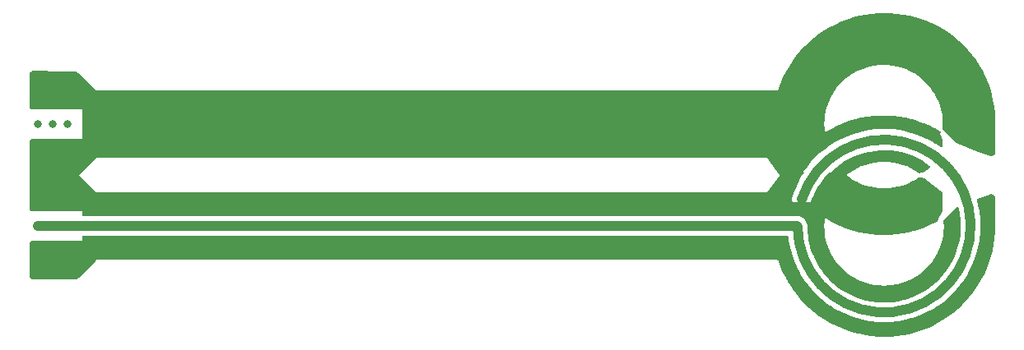
<source format=gbr>
G04 #@! TF.GenerationSoftware,KiCad,Pcbnew,8.0.0*
G04 #@! TF.CreationDate,2024-04-11T14:56:03-06:00*
G04 #@! TF.ProjectId,dual_loop_probe_groundfix,6475616c-5f6c-46f6-9f70-5f70726f6265,rev?*
G04 #@! TF.SameCoordinates,Original*
G04 #@! TF.FileFunction,Copper,L2,Inr*
G04 #@! TF.FilePolarity,Positive*
%FSLAX46Y46*%
G04 Gerber Fmt 4.6, Leading zero omitted, Abs format (unit mm)*
G04 Created by KiCad (PCBNEW 8.0.0) date 2024-04-11 14:56:03*
%MOMM*%
%LPD*%
G01*
G04 APERTURE LIST*
G04 #@! TA.AperFunction,Conductor*
%ADD10C,0.100000*%
G04 #@! TD*
G04 #@! TA.AperFunction,Conductor*
%ADD11C,1.000000*%
G04 #@! TD*
G04 #@! TA.AperFunction,ComponentPad*
%ADD12R,4.190000X3.000000*%
G04 #@! TD*
G04 #@! TA.AperFunction,ViaPad*
%ADD13C,0.800000*%
G04 #@! TD*
G04 APERTURE END LIST*
D10*
X174000000Y-94499081D02*
X171000000Y-94499081D01*
X171000000Y-93499081D01*
X174000000Y-93499081D01*
X174000000Y-94499081D01*
G04 #@! TA.AperFunction,Conductor*
G36*
X174000000Y-94499081D02*
G01*
X171000000Y-94499081D01*
X171000000Y-93499081D01*
X174000000Y-93499081D01*
X174000000Y-94499081D01*
G37*
G04 #@! TD.AperFunction*
D11*
X172532511Y-93248745D02*
G75*
G02*
X172096755Y-96000000I8467489J-2751255D01*
G01*
D12*
X95500000Y-99325000D03*
X95500000Y-92675000D03*
X95500000Y-82350000D03*
X95500000Y-89000000D03*
D13*
X133000000Y-94000000D03*
X131500000Y-94000000D03*
X95500000Y-94000000D03*
X101500000Y-94000000D03*
X104500000Y-94000000D03*
X122500000Y-94000000D03*
X124000000Y-94000000D03*
X125500000Y-94000000D03*
X127000000Y-94000000D03*
X119500000Y-94000000D03*
X112000000Y-94000000D03*
X110500000Y-94000000D03*
X94000000Y-94000000D03*
X100000000Y-94000000D03*
X118000000Y-94000000D03*
X130000000Y-94000000D03*
X121000000Y-94000000D03*
X109000000Y-94000000D03*
X107500000Y-94000000D03*
X116500000Y-94000000D03*
X98500000Y-94000000D03*
X103000000Y-94000000D03*
X128500000Y-94000000D03*
X106000000Y-94000000D03*
X115000000Y-94000000D03*
X97000000Y-94000000D03*
X113500000Y-94000000D03*
X134500000Y-94000000D03*
X170500000Y-94000000D03*
X169000000Y-94000000D03*
X137500000Y-94000000D03*
X136000000Y-94000000D03*
X140500000Y-94000000D03*
X143500000Y-94000000D03*
X139000000Y-94000000D03*
X142000000Y-94000000D03*
X151000000Y-94000000D03*
X145000000Y-94000000D03*
X145000000Y-94000000D03*
X146500000Y-94000000D03*
X148000000Y-94000000D03*
X149500000Y-94000000D03*
X154000000Y-94000000D03*
X152500000Y-94000000D03*
X155500000Y-94000000D03*
X157000000Y-94000000D03*
X158500000Y-94000000D03*
X160000000Y-94000000D03*
X161500000Y-94000000D03*
X163000000Y-94000000D03*
X164500000Y-94000000D03*
X166000000Y-94000000D03*
X167500000Y-94000000D03*
X174160681Y-97491213D03*
X174635347Y-98913966D03*
X175402207Y-100202942D03*
X176426056Y-101298965D03*
X177659889Y-102151720D03*
X179047062Y-102722056D03*
X180523893Y-102983790D03*
X182022581Y-102924906D03*
X183474324Y-102548108D03*
X184812473Y-101870694D03*
X185975596Y-100923763D03*
X186910295Y-99750788D03*
X187573660Y-98405618D03*
X187935235Y-96950009D03*
X174160681Y-94508787D03*
X176189817Y-90750000D03*
X177393138Y-89793306D03*
X178759561Y-89174905D03*
X180226358Y-88861790D03*
X181726188Y-88868335D03*
X183190197Y-89194238D03*
X184551172Y-89824539D03*
X187935235Y-95500000D03*
X170892607Y-99477156D03*
X171491886Y-100883213D03*
X172285582Y-102189421D03*
X173257467Y-103369069D03*
X174387667Y-104398039D03*
X175653074Y-105255289D03*
X177027812Y-105923292D03*
X178483771Y-106388387D03*
X179991181Y-106641066D03*
X181519219Y-106676161D03*
X183036640Y-106492955D03*
X184512416Y-106095193D03*
X185916373Y-105491010D03*
X187219802Y-104692759D03*
X188396051Y-103716763D03*
X189421069Y-102582978D03*
X190273897Y-101314587D03*
X190937097Y-99937525D03*
X191397107Y-98479952D03*
X191644523Y-96971669D03*
X171000000Y-92250000D03*
X171500000Y-90750000D03*
X175653074Y-86744711D03*
X177027812Y-86076708D03*
X178483771Y-85611613D03*
X179991181Y-85358934D03*
X181519219Y-85323839D03*
X183036640Y-85507045D03*
X184512416Y-85904807D03*
X185916373Y-86508990D03*
X191397107Y-93520048D03*
X191644523Y-95028331D03*
X101500000Y-87500000D03*
X110500000Y-98000000D03*
X188451529Y-77783237D03*
X107500000Y-83500000D03*
X121000000Y-87500000D03*
X167500000Y-83500000D03*
X183474325Y-79001883D03*
X94000000Y-98000000D03*
X134500000Y-98000000D03*
X125500000Y-83500000D03*
X125500000Y-87500000D03*
X166000000Y-83500000D03*
X124000000Y-83500000D03*
X109000000Y-83500000D03*
X173000000Y-94000000D03*
X160000000Y-98000000D03*
X97007460Y-89003531D03*
X100000000Y-98000000D03*
X180523894Y-78566201D03*
X130000000Y-98000000D03*
X121000000Y-98000000D03*
X158500000Y-83500000D03*
X121000000Y-83500000D03*
X140500000Y-87500000D03*
X140500000Y-83500000D03*
X175628427Y-94707958D03*
X113500000Y-87500000D03*
X187935236Y-86000000D03*
X174000001Y-85549991D03*
X185888882Y-95045517D03*
X95500000Y-83500000D03*
X191694380Y-86426685D03*
X151000000Y-98000000D03*
X164500000Y-87500000D03*
X163000000Y-98000000D03*
X119500000Y-87500000D03*
X191452585Y-83020048D03*
X172000000Y-87500000D03*
X112000000Y-83500000D03*
X181480182Y-96186973D03*
X136000000Y-87500000D03*
X170500000Y-98000000D03*
X134500000Y-83500000D03*
X185971851Y-76008990D03*
X97000000Y-90250000D03*
X174635348Y-82636025D03*
X161500000Y-83500000D03*
X167500000Y-98000000D03*
X140500000Y-98000000D03*
X149500000Y-87500000D03*
X97000000Y-98000000D03*
X122500000Y-83500000D03*
X146500000Y-83500000D03*
X163000000Y-87500000D03*
X130000000Y-83500000D03*
X160000000Y-83500000D03*
X106000000Y-98000000D03*
X145000000Y-83500000D03*
X190329375Y-80185413D03*
X95500000Y-98000000D03*
X95500000Y-100500000D03*
X187573661Y-83144373D03*
X113500000Y-83500000D03*
X109000000Y-98000000D03*
X169000000Y-83500000D03*
X180191817Y-92566997D03*
X160000000Y-87500000D03*
X174443145Y-77101961D03*
X94000000Y-100500000D03*
X130000000Y-87500000D03*
X166000000Y-87500000D03*
X179952568Y-96136716D03*
X103000000Y-83500000D03*
X115000000Y-87500000D03*
X137500000Y-98000000D03*
X128500000Y-98000000D03*
X119500000Y-83500000D03*
X155500000Y-87500000D03*
X100000000Y-83500000D03*
X94000000Y-87750000D03*
X142000000Y-83500000D03*
X118000000Y-87500000D03*
X107500000Y-87500000D03*
X137500000Y-87500000D03*
X151000000Y-87500000D03*
X98500000Y-83500000D03*
X149500000Y-98000000D03*
X142000000Y-98000000D03*
X94000000Y-90250000D03*
X145000000Y-83500000D03*
X152500000Y-87500000D03*
X98500000Y-87500000D03*
X118000000Y-83500000D03*
X109000000Y-87500000D03*
X183158444Y-92260427D03*
X145000000Y-98000000D03*
X157000000Y-83500000D03*
X155500000Y-98000000D03*
X182022582Y-78625085D03*
X170500000Y-87500000D03*
X145000000Y-87500000D03*
X164500000Y-83500000D03*
X152500000Y-98000000D03*
X174000000Y-96000000D03*
X136000000Y-98000000D03*
X116500000Y-87500000D03*
X134500000Y-87500000D03*
X187275280Y-76807241D03*
X175708552Y-76244711D03*
X158500000Y-98000000D03*
X191446964Y-87934968D03*
X173000000Y-87500000D03*
X189476547Y-78917022D03*
X124000000Y-87500000D03*
X131500000Y-87500000D03*
X186910296Y-81799203D03*
X97000000Y-87750000D03*
X177083290Y-75576708D03*
X146500000Y-98000000D03*
X163000000Y-83500000D03*
X115000000Y-98000000D03*
X136000000Y-83500000D03*
X97000000Y-83500919D03*
X180046659Y-74858934D03*
X110500000Y-87500000D03*
X161500000Y-87500000D03*
X137500000Y-83500000D03*
X125500000Y-98000000D03*
X127000000Y-98000000D03*
X161500000Y-98000000D03*
X97007460Y-99253531D03*
X166000000Y-98000000D03*
X184524867Y-91642026D03*
X175402208Y-81347049D03*
X139000000Y-83500000D03*
X101500000Y-83500000D03*
X106000000Y-87500000D03*
X116500000Y-98000000D03*
X128500000Y-83500000D03*
X94000000Y-91500000D03*
X127000000Y-87500000D03*
X178539249Y-75111613D03*
X100000000Y-87500000D03*
X167500000Y-87500000D03*
X182999347Y-96018834D03*
X98500000Y-98000000D03*
X178447741Y-95869090D03*
X148000000Y-87500000D03*
X112000000Y-98000000D03*
X177366833Y-91610793D03*
X183092118Y-75007045D03*
X157000000Y-87500000D03*
X94000000Y-83500000D03*
X169000000Y-87500000D03*
X154000000Y-87500000D03*
X179047063Y-78827935D03*
X176426057Y-80251026D03*
X171000000Y-89250000D03*
X128500000Y-87500000D03*
X107500000Y-98000000D03*
X94000000Y-81000000D03*
X148000000Y-98000000D03*
X149500000Y-83500000D03*
X110500000Y-83500000D03*
X122500000Y-98000000D03*
X181574697Y-74823839D03*
X158500000Y-87500000D03*
X133000000Y-83500000D03*
X190992575Y-81562475D03*
X131500000Y-83500000D03*
X95500000Y-81000000D03*
X170948085Y-82022844D03*
X97000000Y-91500000D03*
X112000000Y-87500000D03*
X104500000Y-83500000D03*
X178727808Y-92241094D03*
X154000000Y-98000000D03*
X187935236Y-84599982D03*
X172000000Y-94000000D03*
X185975597Y-80626228D03*
X127000000Y-83500000D03*
X155500000Y-83500000D03*
X146500000Y-87500000D03*
X133000000Y-87500000D03*
X118000000Y-98000000D03*
X143500000Y-87500000D03*
X177659890Y-79398271D03*
X142000000Y-87500000D03*
X148000000Y-83500000D03*
X176996468Y-95389569D03*
X104500000Y-98000000D03*
X154000000Y-83500000D03*
X172341060Y-79310579D03*
X184478999Y-95635737D03*
X181691647Y-92573542D03*
X95500000Y-90250000D03*
X131500000Y-98000000D03*
X191700001Y-84528331D03*
X106000000Y-83500000D03*
X174160682Y-84058778D03*
X164500000Y-98000000D03*
X97000000Y-100500000D03*
X122500000Y-87500000D03*
X145000000Y-87500000D03*
X103000000Y-87500000D03*
X104500000Y-87500000D03*
X101500000Y-98000000D03*
X173312945Y-78130931D03*
X124000000Y-98000000D03*
X174160682Y-87041204D03*
X113500000Y-98000000D03*
X184812474Y-79679297D03*
X170555478Y-83500000D03*
X139000000Y-98000000D03*
X119500000Y-98000000D03*
X152500000Y-83500000D03*
X184567894Y-75404807D03*
X95500000Y-87750000D03*
X151000000Y-83500000D03*
X143500000Y-83500000D03*
X95500000Y-91500000D03*
X103000000Y-98000000D03*
X143500000Y-98000000D03*
X133000000Y-98000000D03*
X139000000Y-87500000D03*
X97007194Y-92739008D03*
X116500000Y-83500000D03*
X169000000Y-98000000D03*
X115000000Y-83500000D03*
X97007194Y-82239008D03*
X145000000Y-98000000D03*
X157000000Y-98000000D03*
X97000000Y-81000000D03*
X171547364Y-80616787D03*
X97000000Y-96000000D03*
X94000000Y-96000000D03*
X95500000Y-96000632D03*
X97000000Y-85500919D03*
X95500000Y-85500919D03*
X94000000Y-85500919D03*
D11*
X97652302Y-96000000D02*
X94000000Y-96000000D01*
X98000112Y-96000000D02*
X172000000Y-96000000D01*
G04 #@! TA.AperFunction,Conductor*
G36*
X192078221Y-92729783D02*
G01*
X192112201Y-92736407D01*
X192209103Y-92769637D01*
X192239998Y-92785260D01*
X192324194Y-92843608D01*
X192349671Y-92867051D01*
X192395746Y-92922975D01*
X192423625Y-92988269D01*
X192424500Y-93003095D01*
X192424500Y-95998248D01*
X192424450Y-96001782D01*
X192406626Y-96637038D01*
X192406230Y-96644094D01*
X192352962Y-97275607D01*
X192352171Y-97282631D01*
X192263576Y-97910179D01*
X192262392Y-97917146D01*
X192138753Y-98538725D01*
X192137180Y-98545616D01*
X191978884Y-99159276D01*
X191976928Y-99166067D01*
X191784464Y-99769916D01*
X191782129Y-99776587D01*
X191556127Y-100368651D01*
X191553423Y-100375181D01*
X191294560Y-100953682D01*
X191291493Y-100960050D01*
X191000607Y-101523114D01*
X190997188Y-101529299D01*
X190675202Y-102075146D01*
X190671442Y-102081131D01*
X190319337Y-102608093D01*
X190315247Y-102613857D01*
X189934166Y-103120225D01*
X189929760Y-103125751D01*
X189520866Y-103609979D01*
X189516156Y-103615249D01*
X189080769Y-104075772D01*
X189075772Y-104080769D01*
X188615249Y-104516156D01*
X188609979Y-104520866D01*
X188125751Y-104929760D01*
X188120225Y-104934166D01*
X187613857Y-105315247D01*
X187608093Y-105319337D01*
X187081131Y-105671442D01*
X187075146Y-105675202D01*
X186529299Y-105997188D01*
X186523114Y-106000607D01*
X185960050Y-106291493D01*
X185953682Y-106294560D01*
X185375181Y-106553423D01*
X185368651Y-106556127D01*
X184776587Y-106782129D01*
X184769916Y-106784464D01*
X184166067Y-106976928D01*
X184159276Y-106978884D01*
X183545616Y-107137180D01*
X183538725Y-107138753D01*
X182917146Y-107262392D01*
X182910179Y-107263576D01*
X182282631Y-107352171D01*
X182275607Y-107352962D01*
X181644094Y-107406230D01*
X181637038Y-107406626D01*
X181148740Y-107420326D01*
X181091250Y-107408238D01*
X181076242Y-107401126D01*
X181076241Y-107401126D01*
X181076239Y-107401125D01*
X181044026Y-107401325D01*
X181042169Y-107401322D01*
X181041468Y-107401316D01*
X181039739Y-107401290D01*
X180394673Y-107386916D01*
X180387498Y-107386551D01*
X179745750Y-107335549D01*
X179738606Y-107334776D01*
X179100794Y-107247274D01*
X179093707Y-107246095D01*
X178461927Y-107122384D01*
X178454918Y-107120803D01*
X177831195Y-106961275D01*
X177824288Y-106959296D01*
X177210713Y-106764489D01*
X177203930Y-106762121D01*
X176602431Y-106532648D01*
X176595794Y-106529897D01*
X176008343Y-106266509D01*
X176001874Y-106263383D01*
X175430417Y-105966952D01*
X175424156Y-105963475D01*
X174870467Y-105634919D01*
X174864405Y-105631083D01*
X174330396Y-105271537D01*
X174324553Y-105267356D01*
X173811897Y-104877949D01*
X173806302Y-104873442D01*
X173316671Y-104455444D01*
X173311342Y-104450625D01*
X172846347Y-104005413D01*
X172841301Y-104000299D01*
X172402421Y-103529287D01*
X172397674Y-103523892D01*
X171986359Y-103028634D01*
X171981929Y-103022979D01*
X171926882Y-102948430D01*
X171599516Y-102505089D01*
X171595421Y-102499199D01*
X171594166Y-102497280D01*
X171243129Y-101960322D01*
X171239376Y-101954206D01*
X171218633Y-101918144D01*
X170991415Y-101523114D01*
X170918392Y-101396159D01*
X170914989Y-101389832D01*
X170899312Y-101358579D01*
X170626319Y-100814365D01*
X170623309Y-100807909D01*
X170367907Y-100216920D01*
X170365263Y-100210291D01*
X170155376Y-99636886D01*
X170150976Y-99621209D01*
X170150498Y-99620055D01*
X170150498Y-99620053D01*
X170142758Y-99601372D01*
X170139670Y-99593109D01*
X170131864Y-99569738D01*
X170131862Y-99569736D01*
X170130750Y-99567908D01*
X170107825Y-99544986D01*
X170106563Y-99543706D01*
X170106512Y-99543654D01*
X170104588Y-99541674D01*
X170083983Y-99520474D01*
X170083981Y-99520473D01*
X170057138Y-99510649D01*
X170052252Y-99508744D01*
X170028440Y-99498883D01*
X170022704Y-99497273D01*
X170019462Y-99496861D01*
X169998757Y-99498896D01*
X169986447Y-99499500D01*
X169041535Y-99499568D01*
X169013301Y-99499568D01*
X169013297Y-99499569D01*
X169002773Y-99503928D01*
X169000000Y-99500000D01*
X168740922Y-99500000D01*
X168740916Y-99500000D01*
X100207104Y-99500000D01*
X100000000Y-99500000D01*
X99853558Y-99646442D01*
X99853537Y-99646461D01*
X98152287Y-101347712D01*
X98139896Y-101358579D01*
X98056055Y-101422913D01*
X98027569Y-101439360D01*
X97937627Y-101476615D01*
X97905856Y-101485128D01*
X97827917Y-101495388D01*
X97801080Y-101498922D01*
X97784635Y-101500000D01*
X93508258Y-101500000D01*
X93491812Y-101498922D01*
X93387037Y-101485128D01*
X93355265Y-101476615D01*
X93265326Y-101439361D01*
X93236840Y-101422914D01*
X93159605Y-101363649D01*
X93136351Y-101340396D01*
X93101536Y-101295024D01*
X93075937Y-101228807D01*
X93075500Y-101218323D01*
X93075500Y-97781677D01*
X93095502Y-97713556D01*
X93101531Y-97704981D01*
X93136351Y-97659603D01*
X93159603Y-97636351D01*
X93236843Y-97577082D01*
X93265321Y-97560640D01*
X93355270Y-97523382D01*
X93387033Y-97514872D01*
X93468592Y-97504134D01*
X93491813Y-97501078D01*
X93508258Y-97500000D01*
X97999993Y-97500000D01*
X98000000Y-97500000D01*
X98500000Y-97500000D01*
X98500000Y-97077301D01*
X98514233Y-97045127D01*
X98573498Y-97006035D01*
X98610433Y-97000500D01*
X171032850Y-97000500D01*
X171100971Y-97020502D01*
X171147464Y-97074158D01*
X171157855Y-97110705D01*
X171179575Y-97282631D01*
X171213357Y-97550046D01*
X171213359Y-97550059D01*
X171330000Y-98161511D01*
X171330001Y-98161519D01*
X171484798Y-98764413D01*
X171484805Y-98764437D01*
X171677158Y-99356433D01*
X171906305Y-99935193D01*
X171906313Y-99935211D01*
X172111835Y-100371967D01*
X172171342Y-100498426D01*
X172345050Y-100814400D01*
X172471224Y-101043909D01*
X172471229Y-101043917D01*
X172804759Y-101569475D01*
X172804767Y-101569487D01*
X173170634Y-102073060D01*
X173170639Y-102073067D01*
X173567409Y-102552680D01*
X173567418Y-102552690D01*
X173567424Y-102552697D01*
X173694841Y-102688383D01*
X173993537Y-103006462D01*
X174133836Y-103138211D01*
X174447303Y-103432576D01*
X174447310Y-103432582D01*
X174447319Y-103432590D01*
X174569665Y-103533803D01*
X174884516Y-103794271D01*
X174926932Y-103829360D01*
X174926939Y-103829365D01*
X175429013Y-104194144D01*
X175430521Y-104195239D01*
X175486925Y-104231034D01*
X175943627Y-104520866D01*
X175956095Y-104528778D01*
X176501574Y-104828657D01*
X177064807Y-105093695D01*
X177643570Y-105322843D01*
X177982287Y-105432899D01*
X178235562Y-105515194D01*
X178235586Y-105515201D01*
X178838479Y-105669998D01*
X178838485Y-105669998D01*
X178838498Y-105670002D01*
X179449948Y-105786642D01*
X179885818Y-105841705D01*
X180067505Y-105864658D01*
X180067509Y-105864658D01*
X180067515Y-105864659D01*
X180688750Y-105903744D01*
X180688752Y-105903745D01*
X180688762Y-105903745D01*
X181311247Y-105903745D01*
X181311247Y-105903744D01*
X181932485Y-105864659D01*
X181932491Y-105864658D01*
X181932494Y-105864658D01*
X181932495Y-105864658D01*
X182091706Y-105844544D01*
X182550052Y-105786642D01*
X183161501Y-105670002D01*
X183161514Y-105669998D01*
X183161519Y-105669998D01*
X183764412Y-105515201D01*
X183764410Y-105515201D01*
X183764420Y-105515199D01*
X183764430Y-105515195D01*
X183764436Y-105515194D01*
X183860552Y-105483963D01*
X184356430Y-105322843D01*
X184935193Y-105093695D01*
X185498425Y-104828658D01*
X186043905Y-104528778D01*
X186043913Y-104528772D01*
X186043920Y-104528769D01*
X186259141Y-104392185D01*
X186569478Y-104195239D01*
X187073071Y-103829357D01*
X187552697Y-103432576D01*
X188006462Y-103006463D01*
X188432576Y-102552698D01*
X188829357Y-102073072D01*
X189195238Y-101569479D01*
X189528777Y-101043905D01*
X189828657Y-100498426D01*
X190093694Y-99935194D01*
X190322843Y-99356431D01*
X190515199Y-98764421D01*
X190556563Y-98603319D01*
X190669998Y-98161520D01*
X190669999Y-98161512D01*
X190670002Y-98161502D01*
X190786642Y-97550052D01*
X190853540Y-97020502D01*
X190864658Y-96932495D01*
X190864658Y-96932494D01*
X190865404Y-96920647D01*
X190903744Y-96311248D01*
X190903745Y-96311248D01*
X190903745Y-95688752D01*
X190903744Y-95688751D01*
X190896651Y-95576011D01*
X190864659Y-95067516D01*
X190864096Y-95063063D01*
X190823912Y-94744973D01*
X190786642Y-94449949D01*
X190670002Y-93838499D01*
X190669998Y-93838486D01*
X190669998Y-93838480D01*
X190545378Y-93353120D01*
X190547810Y-93282165D01*
X190588218Y-93223789D01*
X190623172Y-93203810D01*
X191816303Y-92756386D01*
X191832911Y-92751432D01*
X191941443Y-92727054D01*
X191975936Y-92724181D01*
X192078221Y-92729783D01*
G37*
G04 #@! TD.AperFunction*
G04 #@! TA.AperFunction,Conductor*
G36*
X172471230Y-90956081D02*
G01*
X172471225Y-90956089D01*
X172171339Y-91501580D01*
X171906314Y-92064787D01*
X171906306Y-92064805D01*
X171677153Y-92643579D01*
X171580979Y-92939573D01*
X171552331Y-93027742D01*
X171552328Y-93027754D01*
X171528410Y-93211613D01*
X171528410Y-93211617D01*
X171538684Y-93396743D01*
X171538685Y-93396750D01*
X171538686Y-93396752D01*
X171582803Y-93576846D01*
X171582804Y-93576848D01*
X171659264Y-93745770D01*
X171765452Y-93897755D01*
X171765457Y-93897762D01*
X171765459Y-93897764D01*
X171897777Y-94027659D01*
X172051709Y-94131029D01*
X172222015Y-94204353D01*
X172312146Y-94224675D01*
X172402892Y-94245136D01*
X172402891Y-94245136D01*
X172421392Y-94245819D01*
X172588188Y-94251987D01*
X172771585Y-94224675D01*
X172946841Y-94164128D01*
X173107987Y-94072409D01*
X173249536Y-93952641D01*
X173366668Y-93808903D01*
X173455394Y-93646089D01*
X173483388Y-93559932D01*
X173484783Y-93555884D01*
X173672413Y-93040702D01*
X173675706Y-93032561D01*
X173898110Y-92533862D01*
X173901977Y-92525949D01*
X174158834Y-92044065D01*
X174163234Y-92036468D01*
X174453256Y-91573815D01*
X174458191Y-91566525D01*
X174779952Y-91125376D01*
X174785392Y-91118442D01*
X175137340Y-90700926D01*
X175143216Y-90694432D01*
X175331983Y-90500000D01*
X177462025Y-90500000D01*
X177394625Y-90543917D01*
X177394613Y-90543926D01*
X177208238Y-90686881D01*
X177202924Y-90690741D01*
X177186668Y-90701914D01*
X177184698Y-90704624D01*
X177179107Y-90723500D01*
X177177071Y-90729766D01*
X177170500Y-90748323D01*
X177170500Y-90751676D01*
X177177070Y-90770229D01*
X177179107Y-90776499D01*
X177184697Y-90795369D01*
X177186674Y-90798089D01*
X177202923Y-90809257D01*
X177208218Y-90813102D01*
X177394618Y-90956077D01*
X177394625Y-90956082D01*
X177515964Y-91035146D01*
X177797087Y-91218325D01*
X178143434Y-91407760D01*
X178218536Y-91448837D01*
X178656464Y-91646245D01*
X178656466Y-91646246D01*
X178656469Y-91646247D01*
X179108289Y-91809384D01*
X179571319Y-91937282D01*
X180042817Y-92029183D01*
X180519986Y-92084542D01*
X181000000Y-92103032D01*
X181480014Y-92084542D01*
X181957183Y-92029183D01*
X182428681Y-91937282D01*
X182891711Y-91809384D01*
X183343531Y-91646247D01*
X183781464Y-91448837D01*
X184202913Y-91218325D01*
X184537974Y-91000000D01*
X184823176Y-91000000D01*
X184843358Y-91001627D01*
X184880019Y-91007576D01*
X184971264Y-91022382D01*
X185009556Y-91035146D01*
X185037917Y-91050006D01*
X185124336Y-91095286D01*
X185141458Y-91106094D01*
X186792193Y-92344145D01*
X186806809Y-92356984D01*
X186893758Y-92446162D01*
X186916240Y-92477774D01*
X186967525Y-92580343D01*
X186979325Y-92617295D01*
X186983420Y-92643579D01*
X186997882Y-92736407D01*
X186998498Y-92740357D01*
X187000000Y-92759754D01*
X187000000Y-94374658D01*
X186999154Y-94389232D01*
X186988320Y-94482269D01*
X186981625Y-94510631D01*
X186949705Y-94598698D01*
X186943944Y-94612111D01*
X186613122Y-95273755D01*
X186611803Y-95276393D01*
X186611802Y-95276394D01*
X186500000Y-95500000D01*
X186542704Y-95500000D01*
X186539086Y-95502606D01*
X186418359Y-95571850D01*
X186412258Y-95575130D01*
X185856782Y-95854344D01*
X185850511Y-95857283D01*
X185280539Y-96105553D01*
X185274117Y-96108143D01*
X184691365Y-96324723D01*
X184684809Y-96326956D01*
X184091041Y-96511187D01*
X184084372Y-96513057D01*
X183481381Y-96664386D01*
X183474620Y-96665887D01*
X182864216Y-96783859D01*
X182857383Y-96784986D01*
X182241406Y-96869244D01*
X182234521Y-96869993D01*
X181614869Y-96920277D01*
X181607953Y-96920647D01*
X180986476Y-96936808D01*
X180979551Y-96936798D01*
X180358106Y-96918790D01*
X180351191Y-96918399D01*
X179731690Y-96866273D01*
X179724808Y-96865503D01*
X179109100Y-96779418D01*
X179102270Y-96778271D01*
X178492229Y-96658489D01*
X178485473Y-96656968D01*
X177882913Y-96503842D01*
X177876250Y-96501953D01*
X177283032Y-96315957D01*
X177276483Y-96313704D01*
X176694381Y-96095396D01*
X176687966Y-96092787D01*
X176118727Y-95842822D01*
X176112465Y-95839864D01*
X175557843Y-95559011D01*
X175551753Y-95555714D01*
X175043359Y-95262115D01*
X175026751Y-95249924D01*
X175013460Y-95243852D01*
X174999836Y-95236588D01*
X174989475Y-95230219D01*
X174989472Y-95230217D01*
X174988808Y-95230057D01*
X174984809Y-95228675D01*
X174980579Y-95228596D01*
X174979893Y-95228517D01*
X174967964Y-95230932D01*
X174952676Y-95233062D01*
X174940560Y-95233998D01*
X174939902Y-95234270D01*
X174935875Y-95235495D01*
X174932434Y-95237899D01*
X174931808Y-95238252D01*
X174923581Y-95247213D01*
X174912466Y-95257921D01*
X174903204Y-95265809D01*
X174902831Y-95266416D01*
X174900296Y-95269772D01*
X174898919Y-95273755D01*
X174898627Y-95274393D01*
X174897239Y-95286474D01*
X174894541Y-95301669D01*
X174891683Y-95313500D01*
X174891735Y-95314170D01*
X174891284Y-95338266D01*
X174868326Y-95537927D01*
X174868324Y-95537959D01*
X174850969Y-96019135D01*
X174871317Y-96500194D01*
X174929244Y-96978195D01*
X174929248Y-96978216D01*
X175024393Y-97450199D01*
X175024395Y-97450207D01*
X175156179Y-97913294D01*
X175156188Y-97913322D01*
X175323805Y-98364688D01*
X175323816Y-98364714D01*
X175526235Y-98801577D01*
X175526236Y-98801579D01*
X175762223Y-99221279D01*
X176030314Y-99621209D01*
X176030329Y-99621231D01*
X176328907Y-99998978D01*
X176492955Y-100176065D01*
X176656122Y-100352202D01*
X176656131Y-100352212D01*
X177009965Y-100678735D01*
X177009972Y-100678741D01*
X177009979Y-100678747D01*
X177388298Y-100976600D01*
X177788762Y-101243938D01*
X177788765Y-101243940D01*
X177788770Y-101243943D01*
X177974152Y-101347712D01*
X178208916Y-101479123D01*
X178404926Y-101569487D01*
X178578482Y-101649500D01*
X178646185Y-101680712D01*
X179097885Y-101847469D01*
X179561249Y-101978372D01*
X180033435Y-102072618D01*
X180511547Y-102129629D01*
X180992654Y-102149056D01*
X180992658Y-102149055D01*
X180992662Y-102149056D01*
X181473790Y-102130780D01*
X181473794Y-102130779D01*
X181473807Y-102130779D01*
X181881390Y-102083164D01*
X181952047Y-102074911D01*
X181952050Y-102074910D01*
X181952054Y-102074910D01*
X181952059Y-102074908D01*
X181952071Y-102074907D01*
X182097555Y-102046230D01*
X182424463Y-101981793D01*
X182888138Y-101851997D01*
X183340236Y-101686320D01*
X183777985Y-101485776D01*
X184198700Y-101251596D01*
X184198700Y-101251595D01*
X184198707Y-101251592D01*
X184198713Y-101251588D01*
X184599787Y-100985225D01*
X184599787Y-100985224D01*
X184599802Y-100985215D01*
X184826144Y-100807888D01*
X184978810Y-100688283D01*
X184978815Y-100688278D01*
X184978831Y-100688266D01*
X185333464Y-100362572D01*
X185661525Y-100010127D01*
X185961005Y-99633094D01*
X186230065Y-99233785D01*
X186467056Y-98814647D01*
X186490467Y-98764437D01*
X186578173Y-98576327D01*
X186670526Y-98378250D01*
X186839226Y-97927272D01*
X186972123Y-97464476D01*
X187068401Y-96992700D01*
X187127469Y-96514838D01*
X187144764Y-96127861D01*
X187148967Y-96033830D01*
X187148967Y-96033819D01*
X187132762Y-95552592D01*
X187120794Y-95446280D01*
X187133049Y-95376352D01*
X187156908Y-95343092D01*
X187755027Y-94744973D01*
X188418667Y-94081332D01*
X188428639Y-94072370D01*
X188468508Y-94040212D01*
X188534086Y-94013015D01*
X188603960Y-94025589D01*
X188655944Y-94073945D01*
X188669237Y-94105376D01*
X188695008Y-94200615D01*
X188697017Y-94209230D01*
X188802297Y-94744973D01*
X188803697Y-94753708D01*
X188871127Y-95295519D01*
X188871911Y-95304331D01*
X188901158Y-95849538D01*
X188901322Y-95858383D01*
X188892241Y-96404318D01*
X188891783Y-96413152D01*
X188844421Y-96957077D01*
X188843345Y-96965858D01*
X188757930Y-97505141D01*
X188756240Y-97513824D01*
X188633201Y-98045770D01*
X188630906Y-98054314D01*
X188470842Y-98576327D01*
X188467953Y-98584688D01*
X188271661Y-99094169D01*
X188268193Y-99102307D01*
X188036631Y-99596771D01*
X188032600Y-99604646D01*
X187766921Y-100081631D01*
X187762348Y-100089204D01*
X187463849Y-100546381D01*
X187458756Y-100553614D01*
X187128904Y-100988735D01*
X187123315Y-100995592D01*
X186763774Y-101406462D01*
X186757719Y-101412911D01*
X186370206Y-101797570D01*
X186363712Y-101803578D01*
X185950185Y-102160081D01*
X185943286Y-102165619D01*
X185505746Y-102492241D01*
X185498476Y-102497280D01*
X185039120Y-102792381D01*
X185031514Y-102796899D01*
X184552553Y-103059059D01*
X184544648Y-103063031D01*
X184048501Y-103290924D01*
X184040338Y-103294332D01*
X183529409Y-103486857D01*
X183521026Y-103489684D01*
X182997856Y-103645882D01*
X182989296Y-103648114D01*
X182456436Y-103767222D01*
X182447740Y-103768847D01*
X181907854Y-103850270D01*
X181899066Y-103851281D01*
X181354809Y-103894621D01*
X181345971Y-103895014D01*
X180799986Y-103900059D01*
X180791143Y-103899830D01*
X180246163Y-103866554D01*
X180237357Y-103865705D01*
X179696050Y-103794271D01*
X179687326Y-103792806D01*
X179152378Y-103683569D01*
X179143778Y-103681496D01*
X178617812Y-103534992D01*
X178609379Y-103532321D01*
X178094969Y-103349267D01*
X178086744Y-103346010D01*
X177586471Y-103127325D01*
X177578501Y-103123503D01*
X177272492Y-102963285D01*
X177094779Y-102870239D01*
X177087091Y-102865863D01*
X176622349Y-102579294D01*
X176614986Y-102574389D01*
X176371619Y-102399626D01*
X176171487Y-102255910D01*
X176164503Y-102250513D01*
X175744438Y-101901696D01*
X175737836Y-101895810D01*
X175725033Y-101883563D01*
X175512977Y-101680709D01*
X175343295Y-101518390D01*
X175337131Y-101512065D01*
X174970017Y-101107863D01*
X174964320Y-101101129D01*
X174945672Y-101077452D01*
X174735965Y-100811186D01*
X174626492Y-100672187D01*
X174621266Y-100665049D01*
X174314381Y-100213481D01*
X174309669Y-100205995D01*
X174035205Y-99733976D01*
X174031036Y-99726191D01*
X173790369Y-99236074D01*
X173786756Y-99228012D01*
X173760199Y-99162707D01*
X173581081Y-98722240D01*
X173578039Y-98713937D01*
X173408349Y-98194949D01*
X173405908Y-98186487D01*
X173283591Y-97698884D01*
X173273056Y-97656888D01*
X173271206Y-97648237D01*
X173236078Y-97450207D01*
X173175841Y-97110626D01*
X173174607Y-97101903D01*
X173117196Y-96558889D01*
X173116577Y-96550071D01*
X173115339Y-96514838D01*
X173097333Y-96002220D01*
X173097255Y-95997797D01*
X173097255Y-95907293D01*
X173097255Y-95907290D01*
X173063184Y-95725027D01*
X172996203Y-95552128D01*
X172987806Y-95538567D01*
X172898591Y-95394480D01*
X172869180Y-95362218D01*
X172773675Y-95257454D01*
X172773673Y-95257453D01*
X172773671Y-95257450D01*
X172625708Y-95145715D01*
X172625707Y-95145714D01*
X172459726Y-95063065D01*
X172459721Y-95063063D01*
X172281385Y-95012322D01*
X172219841Y-95006619D01*
X172096755Y-94995214D01*
X172096754Y-94995214D01*
X172096753Y-94995214D01*
X172056295Y-94998963D01*
X172044671Y-94999500D01*
X98610433Y-94999500D01*
X98542312Y-94979498D01*
X98500000Y-94930667D01*
X98500000Y-94500000D01*
X98000002Y-94500000D01*
X93508258Y-94500000D01*
X93491812Y-94498922D01*
X93387037Y-94485128D01*
X93355265Y-94476615D01*
X93265326Y-94439361D01*
X93236840Y-94422914D01*
X93159605Y-94363649D01*
X93136351Y-94340396D01*
X93101536Y-94295024D01*
X93075937Y-94228807D01*
X93075500Y-94218323D01*
X93075500Y-90501588D01*
X98000000Y-90605190D01*
X100000000Y-92500000D01*
X168750000Y-92500000D01*
X169000000Y-92500000D01*
X170500000Y-90500000D01*
X172760668Y-90500000D01*
X172471230Y-90956081D01*
G37*
G04 #@! TD.AperFunction*
G04 #@! TA.AperFunction,Conductor*
G36*
X180962649Y-74076348D02*
G01*
X180977151Y-74076025D01*
X180977152Y-74076026D01*
X180996800Y-74075589D01*
X180999428Y-74075531D01*
X181002226Y-74075500D01*
X181003868Y-74075500D01*
X181004733Y-74075502D01*
X181648190Y-74079923D01*
X181655462Y-74080185D01*
X182297005Y-74121974D01*
X182304254Y-74122658D01*
X182942244Y-74201676D01*
X182949488Y-74202788D01*
X183067855Y-74224498D01*
X183581817Y-74318769D01*
X183588939Y-74320291D01*
X184189447Y-74466979D01*
X184213423Y-74472836D01*
X184220490Y-74474781D01*
X184835073Y-74663385D01*
X184842014Y-74665739D01*
X185444548Y-74889743D01*
X185451319Y-74892486D01*
X186039875Y-75151175D01*
X186046444Y-75154293D01*
X186618961Y-75446765D01*
X186625356Y-75450270D01*
X187179880Y-75775525D01*
X187186067Y-75779400D01*
X187720733Y-76136342D01*
X187726686Y-76140571D01*
X188239686Y-76527991D01*
X188245403Y-76532576D01*
X188735008Y-76949169D01*
X188740438Y-76954068D01*
X188851446Y-77060249D01*
X189204989Y-77398421D01*
X189210136Y-77403639D01*
X189648062Y-77874249D01*
X189652897Y-77879758D01*
X190062715Y-78375031D01*
X190067221Y-78380811D01*
X190447547Y-78899073D01*
X190451710Y-78905106D01*
X190801265Y-79444617D01*
X190805069Y-79450881D01*
X191122648Y-80009776D01*
X191126083Y-80016251D01*
X191410650Y-80592711D01*
X191413701Y-80599375D01*
X191463915Y-80718018D01*
X191650683Y-81159307D01*
X191664247Y-81191354D01*
X191666903Y-81198175D01*
X191719355Y-81345424D01*
X191882624Y-81803776D01*
X191884881Y-81810749D01*
X192065013Y-82427833D01*
X192066861Y-82434925D01*
X192210809Y-83061438D01*
X192212242Y-83068626D01*
X192319518Y-83702450D01*
X192320531Y-83709709D01*
X192390774Y-84348721D01*
X192391362Y-84356027D01*
X192414951Y-84815370D01*
X192423546Y-84982758D01*
X192424334Y-84998093D01*
X192424500Y-85004555D01*
X192424500Y-88496903D01*
X192404498Y-88565024D01*
X192395747Y-88577022D01*
X192349672Y-88632947D01*
X192324194Y-88656391D01*
X192239998Y-88714739D01*
X192209101Y-88730363D01*
X192112201Y-88763592D01*
X192078220Y-88770216D01*
X191975943Y-88775818D01*
X191941439Y-88772944D01*
X191832920Y-88748569D01*
X191816291Y-88743609D01*
X191780968Y-88730363D01*
X190510030Y-88253761D01*
X188607711Y-87540391D01*
X188595404Y-87535012D01*
X188562950Y-87518713D01*
X188518328Y-87496303D01*
X188495782Y-87481785D01*
X188428639Y-87427629D01*
X188418658Y-87418658D01*
X187197647Y-86197646D01*
X187197643Y-86197643D01*
X187197642Y-86197642D01*
X187026305Y-86026305D01*
X187026275Y-86013072D01*
X187034473Y-85939808D01*
X187034475Y-85939791D01*
X187050237Y-85461156D01*
X187043106Y-85304787D01*
X187028420Y-84982768D01*
X187028419Y-84982765D01*
X187028419Y-84982758D01*
X186969157Y-84507544D01*
X186872815Y-84038441D01*
X186739986Y-83578336D01*
X186571488Y-83130063D01*
X186368359Y-82696382D01*
X186131850Y-82279965D01*
X185944435Y-82003072D01*
X185863422Y-81883381D01*
X185863421Y-81883380D01*
X185863417Y-81883374D01*
X185604557Y-81558983D01*
X185564720Y-81509061D01*
X185564716Y-81509057D01*
X185564713Y-81509053D01*
X185237577Y-81159307D01*
X185082098Y-81017256D01*
X184884024Y-80836288D01*
X184789243Y-80762454D01*
X184506232Y-80541988D01*
X184106526Y-80278217D01*
X184070837Y-80258496D01*
X183687381Y-80046606D01*
X183687377Y-80046604D01*
X183687368Y-80046599D01*
X183251339Y-79848562D01*
X183251338Y-79848561D01*
X183251330Y-79848558D01*
X182801139Y-79685329D01*
X182801105Y-79685318D01*
X182339506Y-79557894D01*
X182339490Y-79557891D01*
X181922441Y-79477316D01*
X181869295Y-79467048D01*
X181393420Y-79413354D01*
X180914800Y-79397139D01*
X180914797Y-79397139D01*
X180914794Y-79397139D01*
X180766772Y-79403749D01*
X180436382Y-79418504D01*
X180436374Y-79418504D01*
X180436373Y-79418505D01*
X180436365Y-79418505D01*
X179961126Y-79477314D01*
X179961116Y-79477316D01*
X179491918Y-79573214D01*
X179031694Y-79705606D01*
X179031683Y-79705609D01*
X178583269Y-79873676D01*
X178583232Y-79873691D01*
X178149393Y-80076394D01*
X177732746Y-80312512D01*
X177335903Y-80580569D01*
X177335891Y-80580577D01*
X176961318Y-80878902D01*
X176961286Y-80878930D01*
X176611236Y-81205729D01*
X176611230Y-81205736D01*
X176287885Y-81558974D01*
X176287877Y-81558983D01*
X175993236Y-81936476D01*
X175993225Y-81936490D01*
X175729081Y-82335938D01*
X175729073Y-82335951D01*
X175497062Y-82754885D01*
X175497056Y-82754898D01*
X175298619Y-83190712D01*
X175298612Y-83190728D01*
X175134960Y-83640756D01*
X175134946Y-83640799D01*
X175007087Y-84102265D01*
X175007082Y-84102287D01*
X175007081Y-84102293D01*
X174959229Y-84348721D01*
X174915791Y-84572417D01*
X174861649Y-85048226D01*
X174844981Y-85526836D01*
X174865892Y-86005262D01*
X174865892Y-86005269D01*
X174865893Y-86005273D01*
X174890068Y-86202132D01*
X174890231Y-86203453D01*
X174890737Y-86226870D01*
X174893943Y-86240256D01*
X174896468Y-86254242D01*
X174898144Y-86267889D01*
X174899060Y-86270516D01*
X174900162Y-86272567D01*
X174901844Y-86274781D01*
X174902307Y-86275177D01*
X174902308Y-86275178D01*
X174906889Y-86279095D01*
X174912297Y-86283718D01*
X174922568Y-86293556D01*
X174931955Y-86303622D01*
X174934201Y-86305181D01*
X174936359Y-86306223D01*
X174938973Y-86307010D01*
X174939597Y-86307059D01*
X174939599Y-86307061D01*
X174952726Y-86308101D01*
X174966781Y-86310017D01*
X174979692Y-86312527D01*
X174979694Y-86312525D01*
X174980302Y-86312644D01*
X174983051Y-86312585D01*
X174985385Y-86312164D01*
X174987983Y-86311257D01*
X174988507Y-86310935D01*
X174988508Y-86310936D01*
X174999731Y-86304067D01*
X175012253Y-86297342D01*
X175024157Y-86291792D01*
X175024157Y-86291790D01*
X175027615Y-86290178D01*
X175042635Y-86279099D01*
X175575582Y-85973669D01*
X175581945Y-85970262D01*
X176162612Y-85680605D01*
X176169169Y-85677567D01*
X176765596Y-85421863D01*
X176772300Y-85419216D01*
X177382480Y-85198327D01*
X177389319Y-85196072D01*
X178011213Y-85010736D01*
X178018197Y-85008872D01*
X178649732Y-84859706D01*
X178656809Y-84858249D01*
X179295880Y-84745747D01*
X179303057Y-84744696D01*
X179947539Y-84669232D01*
X179954753Y-84668598D01*
X180602544Y-84630419D01*
X180609758Y-84630202D01*
X181258657Y-84629439D01*
X181265904Y-84629639D01*
X181913784Y-84666293D01*
X181920964Y-84666908D01*
X182565635Y-84740856D01*
X182572815Y-84741890D01*
X183212142Y-84852884D01*
X183219236Y-84854328D01*
X183815607Y-84993707D01*
X183851104Y-85002003D01*
X183858131Y-85003861D01*
X184480391Y-85187712D01*
X184487299Y-85189971D01*
X184533667Y-85206633D01*
X185097973Y-85409414D01*
X185104719Y-85412061D01*
X185701707Y-85666342D01*
X185708273Y-85669365D01*
X186177054Y-85901833D01*
X186289597Y-85957643D01*
X186296013Y-85961058D01*
X186312142Y-85970251D01*
X186554072Y-86108145D01*
X186861801Y-86723602D01*
X186861803Y-86723608D01*
X186943944Y-86887888D01*
X186949705Y-86901301D01*
X186981625Y-86989368D01*
X186988320Y-87017730D01*
X186999154Y-87110767D01*
X187000000Y-87125341D01*
X187000000Y-87746655D01*
X186979998Y-87814776D01*
X186926342Y-87861269D01*
X186856068Y-87871373D01*
X186799939Y-87848591D01*
X186625725Y-87722018D01*
X186625713Y-87722010D01*
X186094850Y-87385114D01*
X186094843Y-87385110D01*
X186094835Y-87385105D01*
X185543848Y-87082198D01*
X185543842Y-87082195D01*
X185543840Y-87082194D01*
X184974946Y-86814492D01*
X184974928Y-86814484D01*
X184390322Y-86583022D01*
X184390316Y-86583020D01*
X184390311Y-86583018D01*
X183792351Y-86388728D01*
X183792327Y-86388721D01*
X183183346Y-86232361D01*
X183183338Y-86232360D01*
X183183322Y-86232357D01*
X183001361Y-86197646D01*
X182565711Y-86114541D01*
X182565698Y-86114539D01*
X181941910Y-86035735D01*
X181314392Y-85996255D01*
X181314381Y-85996255D01*
X180685621Y-85996255D01*
X180685610Y-85996255D01*
X180058091Y-86035735D01*
X180058090Y-86035735D01*
X179434303Y-86114538D01*
X179434290Y-86114540D01*
X178816663Y-86232359D01*
X178816655Y-86232360D01*
X178207675Y-86388721D01*
X178207650Y-86388728D01*
X177609690Y-86583017D01*
X177025072Y-86814484D01*
X177025054Y-86814492D01*
X176456160Y-87082193D01*
X175905161Y-87385107D01*
X175905153Y-87385112D01*
X175374288Y-87722009D01*
X175374276Y-87722017D01*
X174865619Y-88091579D01*
X174865612Y-88091584D01*
X174381135Y-88492377D01*
X173922791Y-88922790D01*
X173492383Y-89381130D01*
X173492361Y-89381154D01*
X173091585Y-89865610D01*
X173091580Y-89865617D01*
X172722018Y-90374274D01*
X172722010Y-90374286D01*
X172385115Y-90905148D01*
X172385107Y-90905161D01*
X172385106Y-90905164D01*
X172333294Y-90999411D01*
X172332970Y-91000000D01*
X170500000Y-91000000D01*
X170072287Y-90429715D01*
X169150001Y-89200001D01*
X169150000Y-89200000D01*
X169000000Y-89000000D01*
X168750002Y-89000000D01*
X100207104Y-89000000D01*
X100000000Y-89000000D01*
X99853558Y-89146442D01*
X99853537Y-89146461D01*
X98565972Y-90434025D01*
X98565967Y-90434032D01*
X98565963Y-90434036D01*
X98000000Y-91000000D01*
X93075500Y-91000000D01*
X93075500Y-87281677D01*
X93095502Y-87213556D01*
X93101531Y-87204981D01*
X93136351Y-87159603D01*
X93159603Y-87136351D01*
X93236843Y-87077082D01*
X93265321Y-87060640D01*
X93355270Y-87023382D01*
X93387033Y-87014872D01*
X93468592Y-87004134D01*
X93491813Y-87001078D01*
X93508258Y-87000000D01*
X97999993Y-87000000D01*
X98000000Y-87000000D01*
X98500000Y-87000000D01*
X98500000Y-84000000D01*
X98000002Y-84000000D01*
X93508258Y-84000000D01*
X93491812Y-83998922D01*
X93387037Y-83985128D01*
X93355265Y-83976615D01*
X93265326Y-83939361D01*
X93236840Y-83922914D01*
X93159605Y-83863649D01*
X93136351Y-83840396D01*
X93101536Y-83795024D01*
X93075937Y-83728807D01*
X93075500Y-83718323D01*
X93075500Y-80292349D01*
X93095502Y-80224228D01*
X93102206Y-80214781D01*
X93139836Y-80166621D01*
X93163641Y-80143311D01*
X93242639Y-80084220D01*
X93271724Y-80067967D01*
X93363444Y-80031661D01*
X93395782Y-80023600D01*
X93497499Y-80012199D01*
X93502201Y-80011672D01*
X93518884Y-80010916D01*
X96524765Y-80074154D01*
X97799134Y-80100964D01*
X97814527Y-80102236D01*
X97912783Y-80116476D01*
X97942580Y-80124621D01*
X98027183Y-80159370D01*
X98054104Y-80174521D01*
X98133995Y-80233447D01*
X98145861Y-80243380D01*
X98816694Y-80878930D01*
X100000000Y-82000000D01*
X168740915Y-82000000D01*
X168740922Y-82000000D01*
X169000000Y-82000000D01*
X169003602Y-81994895D01*
X169019093Y-81994904D01*
X169019094Y-81994903D01*
X169031287Y-81994910D01*
X169031859Y-81994852D01*
X169923757Y-81994118D01*
X169937344Y-81996300D01*
X169937446Y-81995236D01*
X169951575Y-81996577D01*
X169951576Y-81996578D01*
X170019970Y-82003073D01*
X170084408Y-81979249D01*
X170132128Y-81929826D01*
X170142348Y-81898891D01*
X170143482Y-81895617D01*
X170148957Y-81880503D01*
X170150956Y-81875343D01*
X170151774Y-81873367D01*
X170151773Y-81873364D01*
X170153750Y-81868583D01*
X170155321Y-81862937D01*
X170363220Y-81289099D01*
X170365850Y-81282442D01*
X170398702Y-81205729D01*
X170619060Y-80691167D01*
X170622051Y-80684700D01*
X170908540Y-80108843D01*
X170911922Y-80102506D01*
X170926827Y-80076394D01*
X171230781Y-79543893D01*
X171234480Y-79537822D01*
X171584683Y-78998257D01*
X171588733Y-78992392D01*
X171969092Y-78473706D01*
X171973478Y-78468068D01*
X172382811Y-77971872D01*
X172387491Y-77966519D01*
X172824433Y-77494472D01*
X172829410Y-77489393D01*
X173292575Y-77042990D01*
X173297826Y-77038211D01*
X173785645Y-76618966D01*
X173791179Y-76614477D01*
X174302115Y-76223710D01*
X174307899Y-76219543D01*
X174840252Y-75858551D01*
X174846271Y-75854714D01*
X175398351Y-75524643D01*
X175404598Y-75521146D01*
X175974563Y-75223096D01*
X175980983Y-75219968D01*
X176567037Y-74954877D01*
X176573648Y-74952111D01*
X177173821Y-74720871D01*
X177180572Y-74718489D01*
X177792995Y-74521818D01*
X177799817Y-74519840D01*
X178422452Y-74358398D01*
X178429437Y-74356798D01*
X179060216Y-74231118D01*
X179067277Y-74229918D01*
X179704232Y-74140390D01*
X179711355Y-74139596D01*
X180352328Y-74086524D01*
X180359479Y-74086136D01*
X180773563Y-74075541D01*
X180776786Y-74075500D01*
X180956880Y-74075500D01*
X180962649Y-74076348D01*
G37*
G04 #@! TD.AperFunction*
G04 #@! TA.AperFunction,Conductor*
G36*
X181179535Y-88199477D02*
G01*
X181724033Y-88231078D01*
X181732900Y-88231908D01*
X182273823Y-88302094D01*
X182282598Y-88303551D01*
X182817127Y-88411956D01*
X182825815Y-88414041D01*
X183351323Y-88560130D01*
X183359800Y-88562814D01*
X183830144Y-88730363D01*
X183873597Y-88745842D01*
X183881917Y-88749144D01*
X184381398Y-88968177D01*
X184389436Y-88972048D01*
X184872105Y-89225993D01*
X184879853Y-89230427D01*
X185178029Y-89415458D01*
X185343295Y-89518013D01*
X185350728Y-89523000D01*
X185696649Y-89773339D01*
X185740108Y-89829481D01*
X185746316Y-89900205D01*
X185713302Y-89963059D01*
X185698379Y-89976214D01*
X185108123Y-90418907D01*
X185091000Y-90429715D01*
X185011697Y-90471266D01*
X184973403Y-90484031D01*
X184875005Y-90499999D01*
X184875000Y-90500000D01*
X184537974Y-90500000D01*
X184202913Y-90281675D01*
X183781463Y-90051162D01*
X183343535Y-89853754D01*
X182891703Y-89690613D01*
X182428682Y-89562718D01*
X181957190Y-89470818D01*
X181957186Y-89470817D01*
X181480014Y-89415458D01*
X181000000Y-89396968D01*
X180519985Y-89415458D01*
X180042813Y-89470817D01*
X180042809Y-89470818D01*
X179571317Y-89562718D01*
X179108296Y-89690613D01*
X178656464Y-89853754D01*
X178218536Y-90051162D01*
X177797086Y-90281675D01*
X177394624Y-90543918D01*
X177394613Y-90543926D01*
X177208238Y-90686881D01*
X177202924Y-90690741D01*
X177186668Y-90701914D01*
X177184698Y-90704624D01*
X177179107Y-90723500D01*
X177177071Y-90729766D01*
X177170500Y-90748323D01*
X177170500Y-90751676D01*
X177177070Y-90770229D01*
X177179107Y-90776499D01*
X177184697Y-90795369D01*
X177186674Y-90798089D01*
X177202923Y-90809257D01*
X177208218Y-90813102D01*
X177394618Y-90956077D01*
X177394625Y-90956082D01*
X177462025Y-91000000D01*
X175015781Y-91000000D01*
X175051580Y-90957926D01*
X175096472Y-90905164D01*
X175237748Y-90739122D01*
X175243763Y-90732540D01*
X175625833Y-90343258D01*
X175632297Y-90337125D01*
X176041011Y-89975980D01*
X176047880Y-89970331D01*
X176481239Y-89639089D01*
X176488501Y-89633936D01*
X176944273Y-89334306D01*
X176951879Y-89329685D01*
X177427769Y-89063174D01*
X177435676Y-89059108D01*
X177929292Y-88827055D01*
X177937488Y-88823552D01*
X178446321Y-88627137D01*
X178454737Y-88624227D01*
X178976228Y-88464436D01*
X178984856Y-88462124D01*
X179516370Y-88339763D01*
X179525124Y-88338073D01*
X180063993Y-88253758D01*
X180072835Y-88252694D01*
X180616330Y-88206851D01*
X180625249Y-88206417D01*
X181170619Y-88199277D01*
X181179535Y-88199477D01*
G37*
G04 #@! TD.AperFunction*
G04 #@! TA.AperFunction,Conductor*
G36*
X180962649Y-74076348D02*
G01*
X180977151Y-74076025D01*
X180977152Y-74076026D01*
X180996800Y-74075589D01*
X180999428Y-74075531D01*
X181002226Y-74075500D01*
X181003868Y-74075500D01*
X181004733Y-74075502D01*
X181648190Y-74079923D01*
X181655462Y-74080185D01*
X182297005Y-74121974D01*
X182304254Y-74122658D01*
X182942244Y-74201676D01*
X182949488Y-74202788D01*
X183067855Y-74224498D01*
X183581817Y-74318769D01*
X183588939Y-74320291D01*
X184189447Y-74466979D01*
X184213423Y-74472836D01*
X184220490Y-74474781D01*
X184835073Y-74663385D01*
X184842014Y-74665739D01*
X185444548Y-74889743D01*
X185451319Y-74892486D01*
X186039875Y-75151175D01*
X186046444Y-75154293D01*
X186618961Y-75446765D01*
X186625356Y-75450270D01*
X187179880Y-75775525D01*
X187186067Y-75779400D01*
X187720733Y-76136342D01*
X187726686Y-76140571D01*
X188239686Y-76527991D01*
X188245403Y-76532576D01*
X188735008Y-76949169D01*
X188740438Y-76954068D01*
X188851446Y-77060249D01*
X189204989Y-77398421D01*
X189210136Y-77403639D01*
X189648062Y-77874249D01*
X189652897Y-77879758D01*
X190062715Y-78375031D01*
X190067221Y-78380811D01*
X190447547Y-78899073D01*
X190451710Y-78905106D01*
X190801265Y-79444617D01*
X190805069Y-79450881D01*
X191122648Y-80009776D01*
X191126083Y-80016251D01*
X191410650Y-80592711D01*
X191413701Y-80599375D01*
X191463915Y-80718018D01*
X191650683Y-81159307D01*
X191664247Y-81191354D01*
X191666903Y-81198175D01*
X191719355Y-81345424D01*
X191882624Y-81803776D01*
X191884881Y-81810749D01*
X192065013Y-82427833D01*
X192066861Y-82434925D01*
X192210809Y-83061438D01*
X192212242Y-83068626D01*
X192319518Y-83702450D01*
X192320531Y-83709709D01*
X192390774Y-84348721D01*
X192391362Y-84356027D01*
X192414951Y-84815370D01*
X192423546Y-84982758D01*
X192424334Y-84998093D01*
X192424500Y-85004555D01*
X192424500Y-88496903D01*
X192404498Y-88565024D01*
X192395747Y-88577022D01*
X192349672Y-88632947D01*
X192324194Y-88656391D01*
X192239998Y-88714739D01*
X192209101Y-88730363D01*
X192112201Y-88763592D01*
X192078595Y-88770142D01*
X187026277Y-86014333D01*
X187026275Y-86013072D01*
X187034473Y-85939808D01*
X187034475Y-85939791D01*
X187050237Y-85461156D01*
X187043106Y-85304787D01*
X187028420Y-84982768D01*
X187028419Y-84982765D01*
X187028419Y-84982758D01*
X186969157Y-84507544D01*
X186872815Y-84038441D01*
X186739986Y-83578336D01*
X186571488Y-83130063D01*
X186368359Y-82696382D01*
X186131850Y-82279965D01*
X185944435Y-82003072D01*
X185863422Y-81883381D01*
X185863421Y-81883380D01*
X185863417Y-81883374D01*
X185604557Y-81558983D01*
X185564720Y-81509061D01*
X185564716Y-81509057D01*
X185564713Y-81509053D01*
X185237577Y-81159307D01*
X185082098Y-81017256D01*
X184884024Y-80836288D01*
X184789243Y-80762454D01*
X184506232Y-80541988D01*
X184106526Y-80278217D01*
X184070837Y-80258496D01*
X183687381Y-80046606D01*
X183687377Y-80046604D01*
X183687368Y-80046599D01*
X183251339Y-79848562D01*
X183251338Y-79848561D01*
X183251330Y-79848558D01*
X182801139Y-79685329D01*
X182801105Y-79685318D01*
X182339506Y-79557894D01*
X182339490Y-79557891D01*
X181922441Y-79477316D01*
X181869295Y-79467048D01*
X181393420Y-79413354D01*
X180914800Y-79397139D01*
X180914797Y-79397139D01*
X180914794Y-79397139D01*
X180766772Y-79403749D01*
X180436382Y-79418504D01*
X180436374Y-79418504D01*
X180436373Y-79418505D01*
X180436365Y-79418505D01*
X179961126Y-79477314D01*
X179961116Y-79477316D01*
X179491918Y-79573214D01*
X179031694Y-79705606D01*
X179031683Y-79705609D01*
X178583269Y-79873676D01*
X178583232Y-79873691D01*
X178149393Y-80076394D01*
X177732746Y-80312512D01*
X177335903Y-80580569D01*
X177335891Y-80580577D01*
X176961318Y-80878902D01*
X176961286Y-80878930D01*
X176611236Y-81205729D01*
X176611230Y-81205736D01*
X176287885Y-81558974D01*
X176287877Y-81558983D01*
X175993236Y-81936476D01*
X175993225Y-81936490D01*
X175729081Y-82335938D01*
X175729073Y-82335951D01*
X175497062Y-82754885D01*
X175497056Y-82754898D01*
X175298619Y-83190712D01*
X175298612Y-83190728D01*
X175134960Y-83640756D01*
X175134946Y-83640799D01*
X175007087Y-84102265D01*
X175007082Y-84102287D01*
X175007081Y-84102293D01*
X174959229Y-84348721D01*
X174915791Y-84572417D01*
X174861649Y-85048226D01*
X174844981Y-85526836D01*
X174865892Y-86005262D01*
X174865892Y-86005269D01*
X174865893Y-86005273D01*
X174890068Y-86202132D01*
X174890231Y-86203453D01*
X174890737Y-86226870D01*
X174893943Y-86240256D01*
X174896468Y-86254242D01*
X174898144Y-86267889D01*
X174899060Y-86270516D01*
X174900162Y-86272567D01*
X174901844Y-86274781D01*
X174902307Y-86275177D01*
X174902308Y-86275178D01*
X174911459Y-86283002D01*
X174912297Y-86283718D01*
X174922568Y-86293556D01*
X174931955Y-86303622D01*
X174934201Y-86305181D01*
X174936359Y-86306223D01*
X174938973Y-86307010D01*
X174939597Y-86307059D01*
X174939599Y-86307061D01*
X174952726Y-86308101D01*
X174966781Y-86310017D01*
X174979692Y-86312527D01*
X174979694Y-86312525D01*
X174980302Y-86312644D01*
X174983051Y-86312585D01*
X174985385Y-86312164D01*
X174987983Y-86311257D01*
X174988507Y-86310935D01*
X174988508Y-86310936D01*
X174999731Y-86304067D01*
X175012253Y-86297342D01*
X175024157Y-86291792D01*
X175024157Y-86291790D01*
X175027615Y-86290178D01*
X175042635Y-86279099D01*
X175575582Y-85973669D01*
X175581945Y-85970262D01*
X176162612Y-85680605D01*
X176169169Y-85677567D01*
X176765596Y-85421863D01*
X176772300Y-85419216D01*
X177382480Y-85198327D01*
X177389319Y-85196072D01*
X178011213Y-85010736D01*
X178018197Y-85008872D01*
X178649732Y-84859706D01*
X178656809Y-84858249D01*
X179295880Y-84745747D01*
X179303057Y-84744696D01*
X179947539Y-84669232D01*
X179954753Y-84668598D01*
X180602544Y-84630419D01*
X180609758Y-84630202D01*
X181258657Y-84629439D01*
X181265904Y-84629639D01*
X181913784Y-84666293D01*
X181920964Y-84666908D01*
X182565635Y-84740856D01*
X182572815Y-84741890D01*
X183212142Y-84852884D01*
X183219236Y-84854328D01*
X183815607Y-84993707D01*
X183851104Y-85002003D01*
X183858131Y-85003861D01*
X184480391Y-85187712D01*
X184487299Y-85189971D01*
X184533667Y-85206633D01*
X185097973Y-85409414D01*
X185104719Y-85412061D01*
X185701707Y-85666342D01*
X185708273Y-85669365D01*
X186177054Y-85901833D01*
X186289597Y-85957643D01*
X186296013Y-85961058D01*
X186368585Y-86002422D01*
X186771182Y-86231893D01*
X186820458Y-86283002D01*
X186831268Y-86337462D01*
X186256234Y-87487530D01*
X186094850Y-87385114D01*
X186094843Y-87385110D01*
X186094835Y-87385105D01*
X185543848Y-87082198D01*
X185543842Y-87082195D01*
X185543840Y-87082194D01*
X184974946Y-86814492D01*
X184974928Y-86814484D01*
X184390322Y-86583022D01*
X184390316Y-86583020D01*
X184390311Y-86583018D01*
X183792351Y-86388728D01*
X183792327Y-86388721D01*
X183183346Y-86232361D01*
X183183338Y-86232360D01*
X183183322Y-86232357D01*
X183024878Y-86202132D01*
X182565711Y-86114541D01*
X182565698Y-86114539D01*
X181941910Y-86035735D01*
X181314392Y-85996255D01*
X181314381Y-85996255D01*
X180685621Y-85996255D01*
X180685610Y-85996255D01*
X180058091Y-86035735D01*
X180058090Y-86035735D01*
X179434303Y-86114538D01*
X179434290Y-86114540D01*
X178816663Y-86232359D01*
X178816655Y-86232360D01*
X178207675Y-86388721D01*
X178207650Y-86388728D01*
X177609690Y-86583017D01*
X177025072Y-86814484D01*
X177025054Y-86814492D01*
X176456160Y-87082193D01*
X175905161Y-87385107D01*
X175905153Y-87385112D01*
X175374288Y-87722009D01*
X175374276Y-87722017D01*
X174865619Y-88091579D01*
X174865612Y-88091584D01*
X174381135Y-88492377D01*
X173922791Y-88922790D01*
X173492383Y-89381130D01*
X173492361Y-89381154D01*
X173091585Y-89865610D01*
X173091580Y-89865617D01*
X172722018Y-90374274D01*
X172722010Y-90374286D01*
X172385115Y-90905148D01*
X172385107Y-90905161D01*
X172385106Y-90905164D01*
X172333294Y-90999411D01*
X172332970Y-91000000D01*
X170500000Y-91000000D01*
X170030715Y-90374286D01*
X169150001Y-89200001D01*
X169150000Y-89200000D01*
X169000000Y-89000000D01*
X168750002Y-89000000D01*
X100207104Y-89000000D01*
X100000000Y-89000000D01*
X99853558Y-89146442D01*
X99853537Y-89146461D01*
X98565972Y-90434025D01*
X98565967Y-90434032D01*
X98565963Y-90434036D01*
X98000000Y-91000000D01*
X93075500Y-91000000D01*
X93075500Y-87281677D01*
X93095502Y-87213556D01*
X93101531Y-87204981D01*
X93136351Y-87159603D01*
X93159603Y-87136351D01*
X93236843Y-87077082D01*
X93265321Y-87060640D01*
X93355270Y-87023382D01*
X93387033Y-87014872D01*
X93468592Y-87004134D01*
X93491813Y-87001078D01*
X93508258Y-87000000D01*
X97999993Y-87000000D01*
X98000000Y-87000000D01*
X98500000Y-87000000D01*
X98500000Y-84000000D01*
X98000002Y-84000000D01*
X93508258Y-84000000D01*
X93491812Y-83998922D01*
X93387037Y-83985128D01*
X93355265Y-83976615D01*
X93265326Y-83939361D01*
X93236840Y-83922914D01*
X93159605Y-83863649D01*
X93136351Y-83840396D01*
X93101536Y-83795024D01*
X93075937Y-83728807D01*
X93075500Y-83718323D01*
X93075500Y-80292349D01*
X93095502Y-80224228D01*
X93102206Y-80214781D01*
X93139836Y-80166621D01*
X93163641Y-80143311D01*
X93242639Y-80084220D01*
X93271724Y-80067967D01*
X93363444Y-80031661D01*
X93395782Y-80023600D01*
X93497499Y-80012199D01*
X93502201Y-80011672D01*
X93518884Y-80010916D01*
X96524765Y-80074154D01*
X97799134Y-80100964D01*
X97814527Y-80102236D01*
X97912783Y-80116476D01*
X97942580Y-80124621D01*
X98027183Y-80159370D01*
X98054104Y-80174521D01*
X98133995Y-80233447D01*
X98145861Y-80243380D01*
X98816694Y-80878930D01*
X100000000Y-82000000D01*
X168740915Y-82000000D01*
X168740922Y-82000000D01*
X169000000Y-82000000D01*
X169003602Y-81994895D01*
X169019093Y-81994904D01*
X169019094Y-81994903D01*
X169031287Y-81994910D01*
X169031859Y-81994852D01*
X169923757Y-81994118D01*
X169937344Y-81996300D01*
X169937446Y-81995236D01*
X169951575Y-81996577D01*
X169951576Y-81996578D01*
X170019970Y-82003073D01*
X170084408Y-81979249D01*
X170132128Y-81929826D01*
X170142348Y-81898891D01*
X170143482Y-81895617D01*
X170148957Y-81880503D01*
X170150956Y-81875343D01*
X170151774Y-81873367D01*
X170151773Y-81873364D01*
X170153750Y-81868583D01*
X170155321Y-81862937D01*
X170363220Y-81289099D01*
X170365850Y-81282442D01*
X170398702Y-81205729D01*
X170619060Y-80691167D01*
X170622051Y-80684700D01*
X170908540Y-80108843D01*
X170911922Y-80102506D01*
X170926827Y-80076394D01*
X171230781Y-79543893D01*
X171234480Y-79537822D01*
X171584683Y-78998257D01*
X171588733Y-78992392D01*
X171969092Y-78473706D01*
X171973478Y-78468068D01*
X172382811Y-77971872D01*
X172387491Y-77966519D01*
X172824433Y-77494472D01*
X172829410Y-77489393D01*
X173292575Y-77042990D01*
X173297826Y-77038211D01*
X173785645Y-76618966D01*
X173791179Y-76614477D01*
X174302115Y-76223710D01*
X174307899Y-76219543D01*
X174840252Y-75858551D01*
X174846271Y-75854714D01*
X175398351Y-75524643D01*
X175404598Y-75521146D01*
X175974563Y-75223096D01*
X175980983Y-75219968D01*
X176567037Y-74954877D01*
X176573648Y-74952111D01*
X177173821Y-74720871D01*
X177180572Y-74718489D01*
X177792995Y-74521818D01*
X177799817Y-74519840D01*
X178422452Y-74358398D01*
X178429437Y-74356798D01*
X179060216Y-74231118D01*
X179067277Y-74229918D01*
X179704232Y-74140390D01*
X179711355Y-74139596D01*
X180352328Y-74086524D01*
X180359479Y-74086136D01*
X180773563Y-74075541D01*
X180776786Y-74075500D01*
X180956880Y-74075500D01*
X180962649Y-74076348D01*
G37*
G04 #@! TD.AperFunction*
G04 #@! TA.AperFunction,Conductor*
G36*
X181179535Y-88199477D02*
G01*
X181724033Y-88231078D01*
X181732900Y-88231908D01*
X182273823Y-88302094D01*
X182282598Y-88303551D01*
X182817127Y-88411956D01*
X182825815Y-88414041D01*
X183351323Y-88560130D01*
X183359800Y-88562814D01*
X183830144Y-88730363D01*
X183873597Y-88745842D01*
X183881917Y-88749144D01*
X184381398Y-88968177D01*
X184389436Y-88972048D01*
X184872105Y-89225993D01*
X184879853Y-89230427D01*
X185265217Y-89469562D01*
X184721368Y-90557262D01*
X184711217Y-90563412D01*
X184640246Y-90561529D01*
X184607482Y-90545132D01*
X184607410Y-90545244D01*
X184606428Y-90544604D01*
X184606146Y-90544463D01*
X184605387Y-90543926D01*
X184202913Y-90281675D01*
X183781463Y-90051162D01*
X183343535Y-89853754D01*
X182891703Y-89690613D01*
X182428682Y-89562718D01*
X181957190Y-89470818D01*
X181957186Y-89470817D01*
X181480014Y-89415458D01*
X181000000Y-89396968D01*
X180519985Y-89415458D01*
X180042813Y-89470817D01*
X180042809Y-89470818D01*
X179571317Y-89562718D01*
X179108296Y-89690613D01*
X178656464Y-89853754D01*
X178218536Y-90051162D01*
X177797086Y-90281675D01*
X177394624Y-90543918D01*
X177394613Y-90543926D01*
X177208238Y-90686881D01*
X177202924Y-90690741D01*
X177186668Y-90701914D01*
X177184698Y-90704624D01*
X177179107Y-90723500D01*
X177177071Y-90729766D01*
X177170500Y-90748323D01*
X177170500Y-90751676D01*
X177177070Y-90770229D01*
X177179107Y-90776499D01*
X177184697Y-90795369D01*
X177186674Y-90798089D01*
X177202923Y-90809257D01*
X177208218Y-90813102D01*
X177394618Y-90956077D01*
X177394625Y-90956082D01*
X177462025Y-91000000D01*
X175015781Y-91000000D01*
X175051580Y-90957926D01*
X175096472Y-90905164D01*
X175237748Y-90739122D01*
X175243763Y-90732540D01*
X175625833Y-90343258D01*
X175632297Y-90337125D01*
X176041011Y-89975980D01*
X176047880Y-89970331D01*
X176481239Y-89639089D01*
X176488501Y-89633936D01*
X176944273Y-89334306D01*
X176951879Y-89329685D01*
X177427769Y-89063174D01*
X177435676Y-89059108D01*
X177929292Y-88827055D01*
X177937488Y-88823552D01*
X178446321Y-88627137D01*
X178454737Y-88624227D01*
X178976228Y-88464436D01*
X178984856Y-88462124D01*
X179516370Y-88339763D01*
X179525124Y-88338073D01*
X180063993Y-88253758D01*
X180072835Y-88252694D01*
X180616330Y-88206851D01*
X180625249Y-88206417D01*
X181170619Y-88199277D01*
X181179535Y-88199477D01*
G37*
G04 #@! TD.AperFunction*
M02*

</source>
